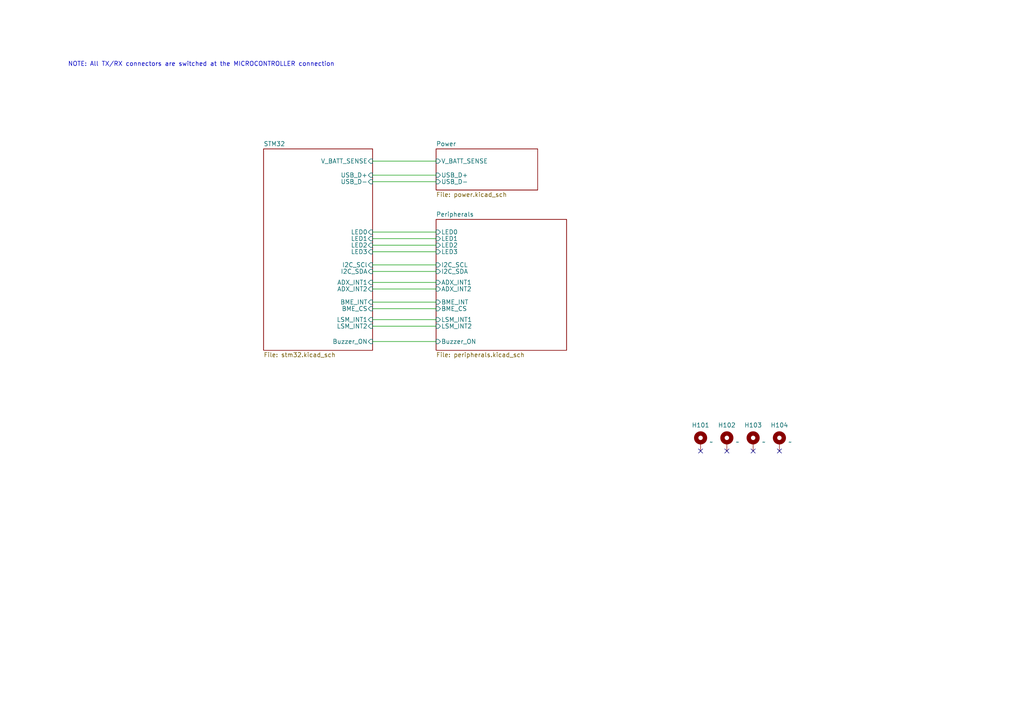
<source format=kicad_sch>
(kicad_sch (version 20231120) (generator "eeschema") (generator_version "8.0")
  (paper "A4")
  (title_block (title "Anduril-1 Flight Computer") (date "2024-02-22") (rev "V1.0") (company "UVic Rocketry"))
  (lib_symbols
    (symbol "Mechanical:MountingHole_Pad" (pin_numbers hide) (pin_names (offset 1.016) hide)
      (property "Reference" "H" (at 0 6.35 0))
      (property "Value" "MountingHole_Pad" (at 0 4.445 0))
      (symbol "MountingHole_Pad_0_1"
        (circle (center 0 1.27) (radius 1.27) (stroke (width 1.27)))
      )
      (symbol "MountingHole_Pad_1_1"
        (pin input line (at 0 -2.54 90) (length 2.54) (name "1") (number "1"))
      )
    )
  )
  (no_connect (at 203.2 130.81))
  (no_connect (at 218.44 130.81))
  (no_connect (at 210.82 130.81))
  (no_connect (at 226.06 130.81))
  (wire (pts (xy 108.077 50.8) (xy 126.492 50.8)))
  (wire (pts (xy 108.077 78.74) (xy 126.492 78.74)))
  (wire (pts (xy 108.077 73.025) (xy 126.492 73.025)))
  (wire (pts (xy 108.077 99.06) (xy 126.492 99.06)))
  (wire (pts (xy 108.077 89.535) (xy 126.492 89.535)))
  (wire (pts (xy 108.077 83.82) (xy 126.492 83.82)))
  (wire (pts (xy 108.077 52.705) (xy 126.492 52.705)))
  (wire (pts (xy 108.077 76.835) (xy 126.492 76.835)))
  (wire (pts (xy 108.077 92.71) (xy 126.492 92.71)))
  (wire (pts (xy 108.077 71.12) (xy 126.492 71.12)))
  (wire (pts (xy 108.077 69.215) (xy 126.492 69.215)))
  (wire (pts (xy 108.077 87.63) (xy 126.492 87.63)))
  (wire (pts (xy 108.077 81.915) (xy 126.492 81.915)))
  (wire (pts (xy 108.077 46.736) (xy 126.492 46.736)))
  (wire (pts (xy 108.077 94.615) (xy 126.492 94.615)))
  (wire (pts (xy 108.077 67.31) (xy 126.492 67.31)))
  (text "NOTE: All TX/RX connectors are switched at the MICROCONTROLLER connection" (at 19.685 19.431 0) (effects (font (size 1.27 1.27)) (justify left bottom)))
  (symbol (lib_id "Mechanical:MountingHole_Pad") (at 218.44 128.27 0) (unit 1)
    (property "Reference" "H103" (at 218.44 123.317 0))
    (property "Value" "~" (at 220.98 128.2121 0) (effects (justify left)))
    (property "Footprint" "MountingHole:MountingHole_3.2mm_M3_Pad" (effects (hide yes)))
  )
  (symbol (lib_id "Mechanical:MountingHole_Pad") (at 210.82 128.27 0) (unit 1)
    (property "Reference" "H102" (at 210.82 123.317 0))
    (property "Value" "~" (at 213.36 128.2121 0) (effects (justify left)))
    (property "Footprint" "MountingHole:MountingHole_3.2mm_M3_Pad" (effects (hide yes)))
  )
  (symbol (lib_id "Mechanical:MountingHole_Pad") (at 203.2 128.27 0) (unit 1)
    (property "Reference" "H101" (at 203.2 123.317 0))
    (property "Value" "~" (at 205.74 128.2121 0) (effects (justify left)))
    (property "Footprint" "MountingHole:MountingHole_3.2mm_M3_Pad" (effects (hide yes)))
  )
  (symbol (lib_id "Mechanical:MountingHole_Pad") (at 226.06 128.27 0) (unit 1)
    (property "Reference" "H104" (at 226.06 123.317 0))
    (property "Value" "~" (at 228.6 128.2121 0) (effects (justify left)))
    (property "Footprint" "MountingHole:MountingHole_3.2mm_M3_Pad" (effects (hide yes)))
  )
  (sheet (at 126.492 43.18) (size 29.464 11.938) (stroke (width 0.1524))
    (property "Sheetname" "Power" (at 126.492 42.4684 0) (effects (justify left bottom)))
    (property "Sheetfile" "power.kicad_sch" (at 126.492 55.7026 0) (effects (justify left top)))
    (pin "V_BATT_SENSE" input (at 126.492 46.736 180))
    (pin "USB_D-" input (at 126.492 52.705 180))
    (pin "USB_D+" input (at 126.492 50.8 180))
  )
  (sheet (at 126.492 63.627) (size 37.846 37.973) (stroke (width 0.1524))
    (property "Sheetname" "Peripherals" (at 126.492 62.9154 0) (effects (justify left bottom)))
    (property "Sheetfile" "peripherals.kicad_sch" (at 126.492 102.1846 0) (effects (justify left top)))
    (pin "LED2" input (at 126.492 71.12 180))
    (pin "LED3" input (at 126.492 73.025 180))
    (pin "LED0" input (at 126.492 67.31 180))
    (pin "LED1" input (at 126.492 69.215 180))
    (pin "I2C_SCL" input (at 126.492 76.835 180))
    (pin "BME_CS" input (at 126.492 89.535 180))
    (pin "BME_INT" input (at 126.492 87.63 180))
    (pin "LSM_INT1" input (at 126.492 92.71 180))
    (pin "LSM_INT2" input (at 126.492 94.615 180))
    (pin "I2C_SDA" input (at 126.492 78.74 180))
    (pin "ADX_INT1" input (at 126.492 81.915 180))
    (pin "ADX_INT2" input (at 126.492 83.82 180))
    (pin "Buzzer_ON" input (at 126.492 99.06 180))
  )
  (sheet (at 76.454 43.18) (size 31.623 58.42) (stroke (width 0.1524))
    (property "Sheetname" "STM32" (at 76.454 42.4684 0) (effects (justify left bottom)))
    (property "Sheetfile" "stm32.kicad_sch" (at 76.454 102.1846 0) (effects (justify left top)))
    (pin "I2C_SDA" input (at 108.077 78.74 0))
    (pin "I2C_SCl" input (at 108.077 76.835 0))
    (pin "LED1" input (at 108.077 69.215 0))
    (pin "LED2" input (at 108.077 71.12 0))
    (pin "LED3" input (at 108.077 73.025 0))
    (pin "LED0" input (at 108.077 67.31 0))
    (pin "BME_INT" input (at 108.077 87.63 0))
    (pin "BME_CS" input (at 108.077 89.535 0))
    (pin "LSM_INT2" input (at 108.077 94.615 0))
    (pin "LSM_INT1" input (at 108.077 92.71 0))
    (pin "ADX_INT1" input (at 108.077 81.915 0))
    (pin "ADX_INT2" input (at 108.077 83.82 0))
    (pin "V_BATT_SENSE" input (at 108.077 46.736 0))
    (pin "USB_D+" input (at 108.077 50.8 0))
    (pin "USB_D-" input (at 108.077 52.705 0))
    (pin "Buzzer_ON" input (at 108.077 99.06 0))
  )
)
</source>
